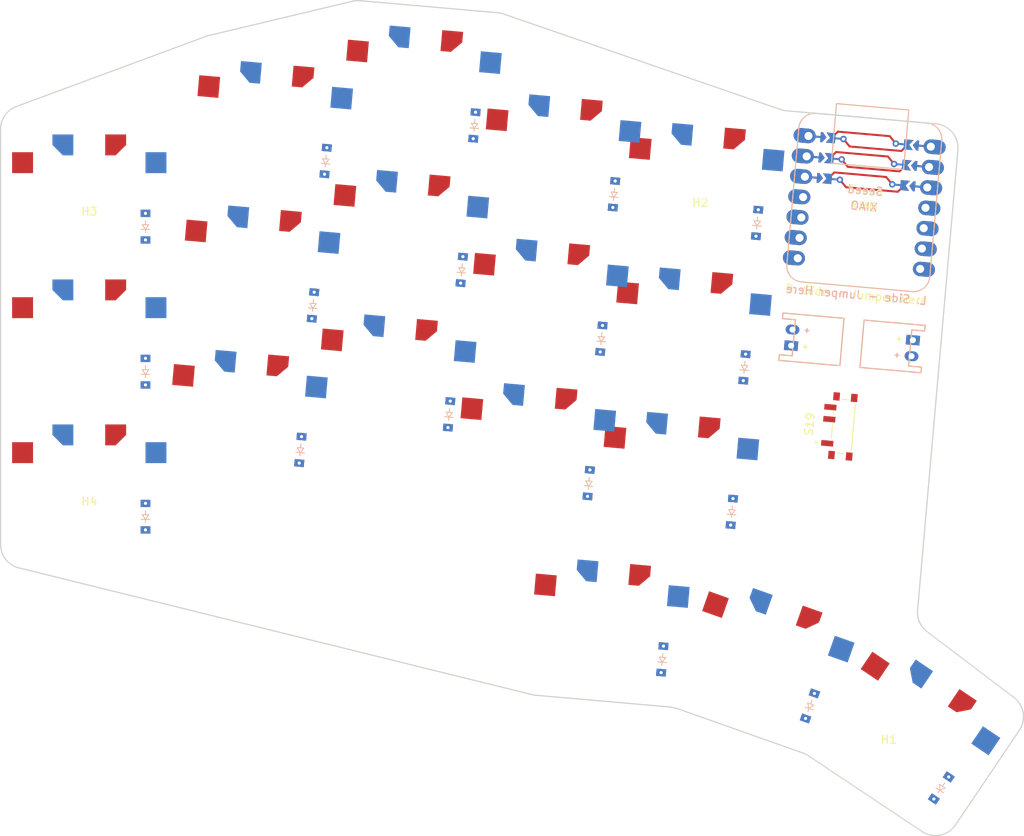
<source format=kicad_pcb>
(kicad_pcb (version 20240108) (generator "pcbnew") (generator_version "8.0")
  (title_block (title "boardPcb") (rev "v1.0.0") (company "Unknown"))
  (layers (0 "F.Cu" signal) (31 "B.Cu" signal) (34 "B.Paste" user) (35 "F.Paste" user) (36 "B.SilkS" user "B.Silkscreen") (37 "F.SilkS" user "F.Silkscreen") (38 "B.Mask" user) (39 "F.Mask" user) (44 "Edge.Cuts" user))
  (net 0 "")
  (net 1 "Row3")
  (net 2 "Net-(D1-A)")
  (net 3 "Row2")
  (net 4 "Net-(D2-A)")
  (net 5 "Row1")
  (net 6 "Net-(D3-A)")
  (net 7 "Net-(D4-A)")
  (net 8 "Net-(D5-A)")
  (net 9 "Net-(D6-A)")
  (net 10 "Net-(D7-A)")
  (net 11 "Net-(D8-A)")
  (net 12 "Net-(D9-A)")
  (net 13 "Net-(D10-A)")
  (net 14 "Net-(D11-A)")
  (net 15 "Net-(D12-A)")
  (net 16 "Net-(D13-A)")
  (net 17 "Net-(D14-A)")
  (net 18 "Net-(D15-A)")
  (net 19 "Row4")
  (net 20 "Net-(D16-A)")
  (net 21 "Net-(D17-A)")
  (net 22 "Net-(D18-A)")
  (net 23 "Net-(JST1-Pin_1)")
  (net 24 "Net-(JST1-Pin_2)")
  (net 25 "Col1")
  (net 26 "Col2")
  (net 27 "Col3")
  (net 28 "Col4")
  (net 29 "Col5")
  (net 30 "_1_2")
  (net 31 "_1_13")
  (net 32 "_1_12")
  (net 33 "_1_11")
  (net 34 "_1_1")
  (net 35 "_1_0")
  (net 36 "VCC")
  (net 37 "V3")
  (net 38 "P9")
  (net 39 "P8")
  (net 40 "P7")
  (net 41 "P6")
  (net 42 "P5")
  (net 43 "P4")
  (net 44 "P3")
  (net 45 "P2")
  (net 46 "P10")
  (net 47 "P1")
  (net 48 "P0")
  (net 49 "GND")
  (footprint "clacken:reversable_diode" (layer "F.Cu") (at 6.975552 -13.806658 90)
    (property "Reference" "D2" (hide yes))
    (property "Value" "1N914" (hide yes))
  )
  (footprint "clacken:choc_switches" (layer "F.Cu") (at 58.523756 -40.611038 -5)
    (property "Reference" "S12" (hide yes))
    (property "Value" "SW_Push_45deg" (hide yes))
  )
  (footprint "clacken:reversable_diode" (layer "F.Cu") (at 65.10729 -35.825694 85)
    (property "Reference" "D12" (hide yes))
    (property "Value" "1N914" (hide yes))
  )
  (footprint "clacken:choc_switches" (layer "F.Cu") (at 41.202341 -49.153204 -5)
    (property "Reference" "S9" (hide yes))
    (property "Value" "SW_Push_45deg" (hide yes))
  )
  (footprint "MountingHole:MountingHole_2.2mm_M2" (layer "F.Cu") (at 0 -30.5)
    (property "Reference" "H3")
    (property "Value" "MountingHole_2.2mm_M2")
  )
  (footprint "clacken:reversable_diode" (layer "F.Cu") (at 61.969683 0.037316 85)
    (property "Reference" "D10" (hide yes))
    (property "Value" "1N914" (hide yes))
  )
  (footprint "clacken:choc_switches" (layer "F.Cu") (at 21.179099 -26.813335 -5)
    (property "Reference" "S5" (hide yes))
    (property "Value" "SW_Push_45deg" (hide yes))
  )
  (footprint "clacken:JST_angled" (layer "F.Cu") (at 87.164579 -18.028894 85)
    (property "Reference" "JST1" (hide yes))
    (property "Value" "Conn_01x02" (hide yes))
  )
  (footprint "clacken:reversable_diode" (layer "F.Cu") (at 27.762633 -22.02799 85)
    (property "Reference" "D5" (hide yes))
    (property "Value" "1N914" (hide yes))
  )
  (footprint "clacken:choc_switches" (layer "F.Cu") (at 84.246109 21.41503 -19.5)
    (property "Reference" "S17" (hide yes))
    (property "Value" "SW_Push_45deg" (hide yes))
  )
  (footprint "clacken:reversable_diode" (layer "F.Cu") (at 26.19383 -4.096486 85)
    (property "Reference" "D4" (hide yes))
    (property "Value" "1N914" (hide yes))
  )
  (footprint "clacken:choc_switches" (layer "F.Cu") (at 39.633538 -31.2217 -5)
    (property "Reference" "S8" (hide yes))
    (property "Value" "SW_Push_45deg" (hide yes))
  )
  (footprint "clacken:JST_angled" (layer "F.Cu") (at 102.1075 -16.721558 -95)
    (property "Reference" "JST2" (hide yes))
    (property "Value" "Conn_01x02" (hide yes))
  )
  (footprint "clacken:choc_switches" (layer "F.Cu") (at 76.280949 -37.049845 -5)
    (property "Reference" "S15" (hide yes))
    (property "Value" "SW_Push_45deg" (hide yes))
  )
  (footprint "clacken:reversable_diode" (layer "F.Cu") (at 89.421788 27.696335 70.5)
    (property "Reference" "D17" (hide yes))
    (property "Value" "1N914" (hide yes))
  )
  (footprint "clacken:choc_switches" (layer "F.Cu") (at 74.712145 -19.118341 -5)
    (property "Reference" "S14" (hide yes))
    (property "Value" "SW_Push_45deg" (hide yes))
  )
  (footprint "clacken:choc_switches" (layer "F.Cu") (at 19.610296 -8.88183 -5)
    (property "Reference" "S4" (hide yes))
    (property "Value" "SW_Push_45deg" (hide yes))
  )
  (footprint "clacken:reversable_diode" (layer "F.Cu") (at 29.331436 -39.959495 85)
    (property "Reference" "D6" (hide yes))
    (property "Value" "1N914" (hide yes))
  )
  (footprint "clacken:choc_switches" (layer "F.Cu") (at 38.064735 -13.290195 -5)
    (property "Reference" "S7" (hide yes))
    (property "Value" "SW_Push_45deg" (hide yes))
  )
  (footprint "clacken:reversable_diode" (layer "F.Cu") (at 81.295679 -14.332996 85)
    (property "Reference" "D14" (hide yes))
    (property "Value" "1N914" (hide yes))
  )
  (footprint "MountingHole:MountingHole_2.2mm_M2" (layer "F.Cu") (at 99.201432 35.06305)
    (property "Reference" "H1")
    (property "Value" "MountingHole_2.2mm_M2")
  )
  (footprint "clacken:choc_switches" (layer "F.Cu") (at 22.747902 -44.74484 -5)
    (property "Reference" "S6" (hide yes))
    (property "Value" "SW_Push_45deg" (hide yes))
  )
  (footprint "xiao-ble-tht" (layer "F.Cu") (at 96.161265 -34.808633 -5)
    (property "Reference" "U1" (hide yes))
    (property "Value" "" (hide yes))
  )
  (footprint "MountingHole:MountingHole_2.2mm_M2" (layer "F.Cu") (at 75.801592 -31.570775)
    (property "Reference" "H2")
    (property "Value" "MountingHole_2.2mm_M2")
  )
  (footprint "clacken:reversable_diode" (layer "F.Cu") (at 82.864483 -32.264501 85)
    (property "Reference" "D15" (hide yes))
    (property "Value" "1N914" (hide yes))
  )
  (footprint "sCLACKEN:SW_SSSS811101" (layer "F.Cu") (at 93.5 -7 85)
    (property "Reference" "S19")
    (property "Value" "SW_SSSS811101")
  )
  (footprint "clacken:reversable_diode" (layer "F.Cu") (at 71.097554 21.916118 85)
    (property "Reference" "D16" (hide yes))
    (property "Value" "1N914" (hide yes))
  )
  (footprint "clacken:reversable_diode" (layer "F.Cu") (at 46.217072 -26.436355 85)
    (property "Reference" "D8" (hide yes))
    (property "Value" "1N914" (hide yes))
  )
  (footprint "clacken:choc_switches" (layer "F.Cu") (at 102.276993 30.503343 -34)
    (property "Reference" "S18" (hide yes))
    (property "Value" "SW_Push_45deg" (hide yes))
  )
  (footprint "clacken:choc_switches" (layer "F.Cu") (at 73.143342 -1.186836 -5)
    (property "Reference" "S13" (hide yes))
    (property "Value" "SW_Push_45deg" (hide yes))
  )
  (footprint "clacken:choc_switches" (layer "F.Cu") (at 0 -36)
    (property "Reference" "S3" (hide yes))
    (property "Value" "SW_Push_45deg" (hide yes))
  )
  (footprint "clacken:reversable_diode" (layer "F.Cu") (at 79.726876 3.598508 85)
    (property "Reference" "D13" (hide yes))
    (property "Value" "1N914" (hide yes))
  )
  (footprint "MountingHole:MountingHole_2.2mm_M2" (layer "F.Cu") (at 0 5.5)
    (property "Reference" "H4")
    (property "Value" "MountingHole_2.2mm_M2")
  )
  (footprint "clacken:choc_switches" (layer "F.Cu") (at 56.954952 -22.679533 -5)
    (property "Reference" "S11" (hide yes))
    (property "Value" "SW_Push_45deg" (hide yes))
  )
  (footprint "clacken:reversable_diode" (layer "F.Cu") (at 6.975552 -31.806658 90)
    (property "Reference" "D3" (hide yes))
    (property "Value" "1N914" (hide yes))
  )
  (footprint "clacken:reversable_diode" (layer "F.Cu") (at 105.7151 37.88046 56)
    (property "Reference" "D18" (hide yes))
    (property "Value" "1N914" (hide yes))
  )
  (footprint "clacken:reversable_diode" (layer "F.Cu") (at 63.538486 -17.894189 85)
    (property "Reference" "D11" (hide yes))
    (property "Value" "1N914" (hide yes))
  )
  (footprint "clacken:choc_switches" (layer "F.Cu") (at 55.386149 -4.748029 -5)
    (property "Reference" "S10" (hide yes))
    (property "Value" "SW_Push_45deg" (hide yes))
  )
  (footprint "clacken:choc_switches" (layer "F.Cu") (at 0 0)
    (property "Reference" "S1" (hide yes))
    (property "Value" "SW_Push_45deg" (hide yes))
  )
  (footprint "clacken:reversable_diode" (layer "F.Cu") (at 47.785875 -44.36786 85)
    (property "Reference" "D9" (hide yes))
    (property "Value" "1N914" (hide yes))
  )
  (footprint "clacken:choc_switches" (layer "F.Cu") (at 0 -18)
    (property "Reference" "S2" (hide yes))
    (property "Value" "SW_Push_45deg" (hide yes))
  )
  (footprint "clacken:reversable_diode" (layer "F.Cu") (at 6.975552 4.193342 90)
    (property "Reference" "D1" (hide yes))
    (property "Value" "1N914" (hide yes))
  )
  (footprint "clacken:reversable_diode" (layer "F.Cu") (at 44.648269 -8.504851 85)
    (property "Reference" "D7" (hide yes))
    (property "Value" "1N914" (hide yes))
  )
  (footprint "clacken:choc_switches" (layer "F.Cu") (at 64.51402 17.130773 -5)
    (property "Reference" "S16" (hide yes))
    (property "Value" "SW_Push_45deg" (hide yes))
  )
  (gr_arc (start -11 -43.911182) (mid -10.461999 -45.625404) (end -9.040961 -46.724792) (stroke (width 0.15)) (layer "Edge.Cuts"))
  (gr_arc (start 105.045958 -44.571431) (mid 107.082624 -43.51121) (end 107.773075 -41.32138) (stroke (width 0.15)) (layer "Edge.Cuts"))
  (gr_arc (start 50.67174 -58.362938) (mid 51.034936 -58.308599) (end 51.388771 -58.210291) (stroke (width 0.15)) (layer "Edge.Cuts"))
  (gr_line (start 33.593127 -59.857123) (end 50.671739 -58.362938) (stroke (width 0.15)) (layer "Edge.Cuts"))
  (gr_arc (start 107.473693 42.470126) (mid 105.566364 43.73599) (end 103.321452 43.288013) (stroke (width 0.15)) (layer "Edge.Cuts"))
  (gr_line (start 86.48617 -46.195203) (end 105.045958 -44.571432) (stroke (width 0.15)) (layer "Edge.Cuts"))
  (gr_arc (start -8.719659 10.563476) (mid -10.362094 9.500536) (end -11 7.651073) (stroke (width 0.15)) (layer "Edge.Cuts"))
  (gr_arc (start 103.945845 18.471535) (mid 103.015876 17.296364) (end 102.77038 15.817986) (stroke (width 0.15)) (layer "Edge.Cuts"))
  (gr_line (start 103.321452 43.288013) (end 89.231622 33.886407) (stroke (width 0.15)) (layer "Edge.Cuts"))
  (gr_line (start 88.567914 33.553948) (end 72.895588 28.004086) (stroke (width 0.15)) (layer "Edge.Cuts"))
  (gr_line (start 115.401368 30.716864) (end 107.473693 42.470126) (stroke (width 0.15)) (layer "Edge.Cuts"))
  (gr_line (start 72.895588 28.004086) (end 72.110118 27.833544) (stroke (width 0.15)) (layer "Edge.Cuts"))
  (gr_line (start -11 7.651073) (end -11 -43.911182) (stroke (width 0.15)) (layer "Edge.Cuts"))
  (gr_line (start 51.388771 -58.210291) (end 85.769139 -46.347849) (stroke (width 0.15)) (layer "Edge.Cuts"))
  (gr_line (start 107.773075 -41.32138) (end 103.284633 9.981746) (stroke (width 0.15)) (layer "Edge.Cuts"))
  (gr_line (start -9.040961 -46.724792) (end 14.484868 -55.428722) (stroke (width 0.15)) (layer "Edge.Cuts"))
  (gr_arc (start 86.486171 -46.195202) (mid 86.122975 -46.249541) (end 85.769139 -46.347849) (stroke (width 0.15)) (layer "Edge.Cuts"))
  (gr_arc (start 103.284633 9.981746) (mid 103.284552 9.982673) (end 103.28447 9.9836) (stroke (width 0.15)) (layer "Edge.Cuts"))
  (gr_arc (start 114.727211 26.649059) (mid 115.873885 28.548787) (end 115.401368 30.716864) (stroke (width 0.15)) (layer "Edge.Cuts"))
  (gr_line (start 103.28447 9.9836) (end 102.77038 15.817986) (stroke (width 0.15)) (layer "Edge.Cuts"))
  (gr_arc (start 55.406861 26.372198) (mid 55.176288 26.342988) (end 54.948669 26.296017) (stroke (width 0.15)) (layer "Edge.Cuts"))
  (gr_arc (start 32.634636 -59.786442) (mid 33.111033 -59.860415) (end 33.593127 -59.857123) (stroke (width 0.15)) (layer "Edge.Cuts"))
  (gr_line (start 103.945845 18.471535) (end 114.727212 26.649058) (stroke (width 0.15)) (layer "Edge.Cuts"))
  (gr_line (start 14.828805 -55.533015) (end 32.634636 -59.786442) (stroke (width 0.15)) (layer "Edge.Cuts"))
  (gr_arc (start 88.567914 33.553948) (mid 88.910091 33.69957) (end 89.231622 33.886407) (stroke (width 0.15)) (layer "Edge.Cuts"))
  (gr_line (start 72.110118 27.833544) (end 55.406861 26.372198) (stroke (width 0.15)) (layer "Edge.Cuts"))
  (gr_line (start 54.948669 26.296017) (end -8.719659 10.563476) (stroke (width 0.15)) (layer "Edge.Cuts"))
  (gr_arc (start 14.484868 -55.428722) (mid 14.655273 -55.486024) (end 14.828805 -55.533015) (stroke (width 0.15)) (layer "Edge.Cuts"))
  (segment (start 90.78 -37.83) (end 88.79 -38) (width 0.25) (layer "F.Cu") (net 30))
  (segment (start 90.78 -37.83) (end 88.79 -38) (width 0.25) (layer "B.Cu") (net 30))
  (segment (start 102.42 -41.91) (end 104.42 -41.74) (width 0.25) (layer "F.Cu") (net 31))
  (segment (start 102.42 -41.91) (end 104.42 -41.74) (width 0.25) (layer "B.Cu") (net 31))
  (segment (start 102.2 -39.38) (end 104.2 -39.21) (width 0.25) (layer "F.Cu") (net 32))
  (segment (start 102.2 -39.38) (end 104.2 -39.21) (width 0.25) (layer "B.Cu") (net 32))
  (segment (start 101.98 -36.85) (end 103.97 -36.67) (width 0.25) (layer "F.Cu") (net 33))
  (segment (start 101.98 -36.85) (end 103.97 -36.67) (width 0.25) (layer "B.Cu") (net 33))
  (segment (start 91.01 -40.36) (end 89.01 -40.53) (width 0.25) (layer "F.Cu") (net 34))
  (segment (start 91.01 -40.36) (end 89.01 -40.53) (width 0.25) (layer "B.Cu") (net 34))
  (segment (start 91.23 -42.89) (end 89.23 -43.06) (width 0.25) (layer "F.Cu") (net 35))
  (segment (start 91.23 -42.89) (end 89.23 -43.06) (width 0.25) (layer "B.Cu") (net 35))
  (segment (start 92.89 -43.6) (end 99.31 -43.04) (width 0.25) (layer "F.Cu") (net 36))
  (segment (start 99.31 -43.04) (end 100.07 -42.12) (width 0.25) (layer "F.Cu") (net 36))
  (segment (start 92.07 -42.82) (end 92.89 -43.6) (width 0.25) (layer "F.Cu") (net 36))
  (segment (start 101.58 -41.98) (end 100.07 -42.12) (width 0.25) (layer "B.Cu") (net 36))
  (segment (start 91.63 -37.76) (end 92.45 -38.54) (width 0.25) (layer "F.Cu") (net 37))
  (segment (start 98.87 -37.97) (end 99.63 -37.05) (width 0.25) (layer "F.Cu") (net 37))
  (segment (start 92.45 -38.54) (end 98.87 -37.97) (width 0.25) (layer "F.Cu") (net 37))
  (segment (start 101.14 -36.92) (end 99.63 -37.05) (width 0.25) (layer "B.Cu") (net 37))
  (segment (start 100.31 -36.14) (end 93.9 -36.7) (width 0.25) (layer "F.Cu") (net 45))
  (segment (start 93.9 -36.7) (end 93.13 -37.62) (width 0.25) (layer "F.Cu") (net 45))
  (segment (start 101.14 -36.92) (end 100.31 -36.14) (width 0.25) (layer "F.Cu") (net 45))
  (segment (start 91.63 -37.76) (end 93.13 -37.62) (width 0.25) (layer "B.Cu") (net 45))
  (segment (start 100.53 -38.67) (end 94.12 -39.23) (width 0.25) (layer "F.Cu") (net 47))
  (segment (start 94.12 -39.23) (end 93.35 -40.15) (width 0.25) (layer "F.Cu") (net 47))
  (segment (start 101.36 -39.45) (end 100.53 -38.67) (width 0.25) (layer "F.Cu") (net 47))
  (segment (start 91.85 -40.29) (end 93.35 -40.15) (width 0.25) (layer "B.Cu") (net 47))
  (segment (start 94.34 -41.76) (end 93.58 -42.68) (width 0.25) (layer "F.Cu") (net 48))
  (segment (start 101.58 -41.98) (end 100.76 -41.2) (width 0.25) (layer "F.Cu") (net 48))
  (segment (start 100.76 -41.2) (end 94.34 -41.76) (width 0.25) (layer "F.Cu") (net 48))
  (segment (start 92.07 -42.82) (end 93.58 -42.68) (width 0.25) (layer "B.Cu") (net 48))
  (segment (start 91.85 -40.29) (end 92.67 -41.07) (width 0.25) (layer "F.Cu") (net 49))
  (segment (start 99.09 -40.51) (end 99.85 -39.59) (width 0.25) (layer "F.Cu") (net 49))
  (segment (start 92.67 -41.07) (end 99.09 -40.51) (width 0.25) (layer "F.Cu") (net 49))
  (segment (start 101.36 -39.45) (end 99.85 -39.59) (width 0.25) (layer "B.Cu") (net 49))
)
</source>
